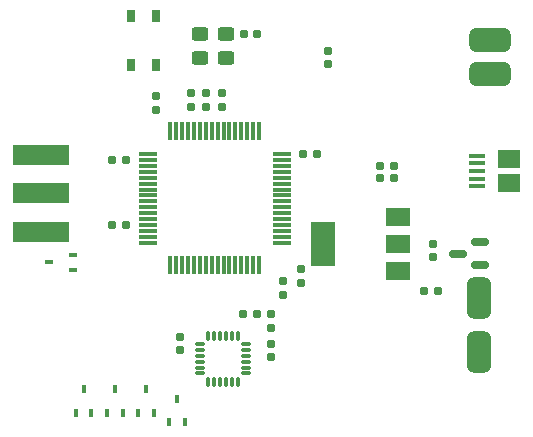
<source format=gbr>
%TF.GenerationSoftware,KiCad,Pcbnew,(6.0.1)*%
%TF.CreationDate,2022-08-29T10:58:40+03:00*%
%TF.ProjectId,flight controller,666c6967-6874-4206-936f-6e74726f6c6c,rev?*%
%TF.SameCoordinates,Original*%
%TF.FileFunction,Paste,Top*%
%TF.FilePolarity,Positive*%
%FSLAX46Y46*%
G04 Gerber Fmt 4.6, Leading zero omitted, Abs format (unit mm)*
G04 Created by KiCad (PCBNEW (6.0.1)) date 2022-08-29 10:58:40*
%MOMM*%
%LPD*%
G01*
G04 APERTURE LIST*
G04 Aperture macros list*
%AMRoundRect*
0 Rectangle with rounded corners*
0 $1 Rounding radius*
0 $2 $3 $4 $5 $6 $7 $8 $9 X,Y pos of 4 corners*
0 Add a 4 corners polygon primitive as box body*
4,1,4,$2,$3,$4,$5,$6,$7,$8,$9,$2,$3,0*
0 Add four circle primitives for the rounded corners*
1,1,$1+$1,$2,$3*
1,1,$1+$1,$4,$5*
1,1,$1+$1,$6,$7*
1,1,$1+$1,$8,$9*
0 Add four rect primitives between the rounded corners*
20,1,$1+$1,$2,$3,$4,$5,0*
20,1,$1+$1,$4,$5,$6,$7,0*
20,1,$1+$1,$6,$7,$8,$9,0*
20,1,$1+$1,$8,$9,$2,$3,0*%
G04 Aperture macros list end*
%ADD10RoundRect,0.160000X0.197500X0.160000X-0.197500X0.160000X-0.197500X-0.160000X0.197500X-0.160000X0*%
%ADD11RoundRect,0.155000X0.212500X0.155000X-0.212500X0.155000X-0.212500X-0.155000X0.212500X-0.155000X0*%
%ADD12RoundRect,0.075000X-0.700000X-0.075000X0.700000X-0.075000X0.700000X0.075000X-0.700000X0.075000X0*%
%ADD13RoundRect,0.075000X-0.075000X-0.700000X0.075000X-0.700000X0.075000X0.700000X-0.075000X0.700000X0*%
%ADD14RoundRect,0.155000X0.155000X-0.212500X0.155000X0.212500X-0.155000X0.212500X-0.155000X-0.212500X0*%
%ADD15RoundRect,0.155000X-0.212500X-0.155000X0.212500X-0.155000X0.212500X0.155000X-0.212500X0.155000X0*%
%ADD16RoundRect,0.250000X-0.450000X0.325000X-0.450000X-0.325000X0.450000X-0.325000X0.450000X0.325000X0*%
%ADD17RoundRect,0.500000X-1.250000X0.500000X-1.250000X-0.500000X1.250000X-0.500000X1.250000X0.500000X0*%
%ADD18RoundRect,0.500000X-0.500000X-1.250000X0.500000X-1.250000X0.500000X1.250000X-0.500000X1.250000X0*%
%ADD19R,4.800000X1.750000*%
%ADD20R,0.650000X1.050000*%
%ADD21RoundRect,0.160000X-0.160000X0.197500X-0.160000X-0.197500X0.160000X-0.197500X0.160000X0.197500X0*%
%ADD22R,1.350000X0.400000*%
%ADD23R,1.900000X1.500000*%
%ADD24R,2.000000X1.500000*%
%ADD25R,2.000000X3.800000*%
%ADD26RoundRect,0.155000X-0.155000X0.212500X-0.155000X-0.212500X0.155000X-0.212500X0.155000X0.212500X0*%
%ADD27R,0.450000X0.700000*%
%ADD28RoundRect,0.160000X0.160000X-0.197500X0.160000X0.197500X-0.160000X0.197500X-0.160000X-0.197500X0*%
%ADD29RoundRect,0.150000X0.587500X0.150000X-0.587500X0.150000X-0.587500X-0.150000X0.587500X-0.150000X0*%
%ADD30RoundRect,0.075000X0.075000X-0.350000X0.075000X0.350000X-0.075000X0.350000X-0.075000X-0.350000X0*%
%ADD31RoundRect,0.075000X0.350000X0.075000X-0.350000X0.075000X-0.350000X-0.075000X0.350000X-0.075000X0*%
%ADD32R,0.700000X0.450000*%
G04 APERTURE END LIST*
D10*
%TO.C,R4*%
X151600000Y-88000000D03*
X150405000Y-88000000D03*
%TD*%
%TO.C,R5*%
X151597500Y-89000000D03*
X150402500Y-89000000D03*
%TD*%
D11*
%TO.C,C15*%
X140000000Y-76800000D03*
X138865000Y-76800000D03*
%TD*%
D12*
%TO.C,U3*%
X130725000Y-86982500D03*
X130725000Y-87482500D03*
X130725000Y-87982500D03*
X130725000Y-88482500D03*
X130725000Y-88982500D03*
X130725000Y-89482500D03*
X130725000Y-89982500D03*
X130725000Y-90482500D03*
X130725000Y-90982500D03*
X130725000Y-91482500D03*
X130725000Y-91982500D03*
X130725000Y-92482500D03*
X130725000Y-92982500D03*
X130725000Y-93482500D03*
X130725000Y-93982500D03*
X130725000Y-94482500D03*
D13*
X132650000Y-96407500D03*
X133150000Y-96407500D03*
X133650000Y-96407500D03*
X134150000Y-96407500D03*
X134650000Y-96407500D03*
X135150000Y-96407500D03*
X135650000Y-96407500D03*
X136150000Y-96407500D03*
X136650000Y-96407500D03*
X137150000Y-96407500D03*
X137650000Y-96407500D03*
X138150000Y-96407500D03*
X138650000Y-96407500D03*
X139150000Y-96407500D03*
X139650000Y-96407500D03*
X140150000Y-96407500D03*
D12*
X142075000Y-94482500D03*
X142075000Y-93982500D03*
X142075000Y-93482500D03*
X142075000Y-92982500D03*
X142075000Y-92482500D03*
X142075000Y-91982500D03*
X142075000Y-91482500D03*
X142075000Y-90982500D03*
X142075000Y-90482500D03*
X142075000Y-89982500D03*
X142075000Y-89482500D03*
X142075000Y-88982500D03*
X142075000Y-88482500D03*
X142075000Y-87982500D03*
X142075000Y-87482500D03*
X142075000Y-86982500D03*
D13*
X140150000Y-85057500D03*
X139650000Y-85057500D03*
X139150000Y-85057500D03*
X138650000Y-85057500D03*
X138150000Y-85057500D03*
X137650000Y-85057500D03*
X137150000Y-85057500D03*
X136650000Y-85057500D03*
X136150000Y-85057500D03*
X135650000Y-85057500D03*
X135150000Y-85057500D03*
X134650000Y-85057500D03*
X134150000Y-85057500D03*
X133650000Y-85057500D03*
X133150000Y-85057500D03*
X132650000Y-85057500D03*
%TD*%
D14*
%TO.C,C6*%
X133500000Y-103600000D03*
X133500000Y-102465000D03*
%TD*%
D15*
%TO.C,C10*%
X127732500Y-93000000D03*
X128867500Y-93000000D03*
%TD*%
D14*
%TO.C,C11*%
X142200000Y-98900000D03*
X142200000Y-97765000D03*
%TD*%
D16*
%TO.C,D2*%
X135200000Y-76800000D03*
X135200000Y-78850000D03*
%TD*%
D15*
%TO.C,C1*%
X154132500Y-98600000D03*
X155267500Y-98600000D03*
%TD*%
D17*
%TO.C,5V*%
X159700000Y-80200000D03*
%TD*%
D18*
%TO.C,GND*%
X158800000Y-103700000D03*
%TD*%
D14*
%TO.C,C2*%
X154900000Y-95700000D03*
X154900000Y-94565000D03*
%TD*%
D19*
%TO.C,Y1*%
X121700000Y-93550000D03*
X121700000Y-90300000D03*
X121700000Y-87050000D03*
%TD*%
D20*
%TO.C,SW1*%
X131475000Y-75325000D03*
X131475000Y-79475000D03*
X129325000Y-75325000D03*
X129325000Y-79450000D03*
%TD*%
D16*
%TO.C,D3*%
X137400000Y-76800000D03*
X137400000Y-78850000D03*
%TD*%
D21*
%TO.C,R8*%
X134400000Y-81800000D03*
X134400000Y-82995000D03*
%TD*%
D22*
%TO.C,J1*%
X158637500Y-89700000D03*
X158637500Y-89050000D03*
X158637500Y-88400000D03*
X158637500Y-87750000D03*
X158637500Y-87100000D03*
D23*
X161337500Y-89400000D03*
X161337500Y-87400000D03*
%TD*%
D24*
%TO.C,U2*%
X151900000Y-96900000D03*
X151900000Y-94600000D03*
D25*
X145600000Y-94600000D03*
D24*
X151900000Y-92300000D03*
%TD*%
D26*
%TO.C,C4*%
X141200000Y-100532500D03*
X141200000Y-101667500D03*
%TD*%
D14*
%TO.C,C7*%
X143700000Y-97867500D03*
X143700000Y-96732500D03*
%TD*%
D27*
%TO.C,Q2*%
X124650000Y-108900000D03*
X125950000Y-108900000D03*
X125300000Y-106900000D03*
%TD*%
%TO.C,Q3*%
X127300000Y-108900000D03*
X128600000Y-108900000D03*
X127950000Y-106900000D03*
%TD*%
%TO.C,Q4*%
X129950000Y-108900000D03*
X131250000Y-108900000D03*
X130600000Y-106900000D03*
%TD*%
D28*
%TO.C,R1*%
X135700000Y-83000000D03*
X135700000Y-81805000D03*
%TD*%
D29*
%TO.C,D1*%
X158837500Y-96350000D03*
X158837500Y-94450000D03*
X156962500Y-95400000D03*
%TD*%
D30*
%TO.C,U1*%
X135850000Y-106250000D03*
X136350000Y-106250000D03*
X136850000Y-106250000D03*
X137350000Y-106250000D03*
X137850000Y-106250000D03*
X138350000Y-106250000D03*
D31*
X139050000Y-105550000D03*
X139050000Y-105050000D03*
X139050000Y-104550000D03*
X139050000Y-104050000D03*
X139050000Y-103550000D03*
X139050000Y-103050000D03*
D30*
X138350000Y-102350000D03*
X137850000Y-102350000D03*
X137350000Y-102350000D03*
X136850000Y-102350000D03*
X136350000Y-102350000D03*
X135850000Y-102350000D03*
D31*
X135150000Y-103050000D03*
X135150000Y-103550000D03*
X135150000Y-104050000D03*
X135150000Y-104550000D03*
X135150000Y-105050000D03*
X135150000Y-105550000D03*
%TD*%
D26*
%TO.C,C8*%
X131400000Y-82100000D03*
X131400000Y-83235000D03*
%TD*%
D14*
%TO.C,C5*%
X141200000Y-104167500D03*
X141200000Y-103032500D03*
%TD*%
D15*
%TO.C,C3*%
X138832500Y-100500000D03*
X139967500Y-100500000D03*
%TD*%
D26*
%TO.C,C14*%
X146000000Y-78232500D03*
X146000000Y-79367500D03*
%TD*%
D17*
%TO.C,3.3V*%
X159700000Y-77300000D03*
%TD*%
D32*
%TO.C,Q1*%
X124400000Y-96800000D03*
X124400000Y-95500000D03*
X122400000Y-96150000D03*
%TD*%
D10*
%TO.C,R14*%
X128895000Y-87500000D03*
X127700000Y-87500000D03*
%TD*%
D11*
%TO.C,C9*%
X145035000Y-87000000D03*
X143900000Y-87000000D03*
%TD*%
D27*
%TO.C,Q5*%
X132550000Y-109700000D03*
X133850000Y-109700000D03*
X133200000Y-107700000D03*
%TD*%
D28*
%TO.C,R2*%
X137000000Y-82995000D03*
X137000000Y-81800000D03*
%TD*%
D18*
%TO.C,5V_In*%
X158800000Y-99200000D03*
%TD*%
M02*

</source>
